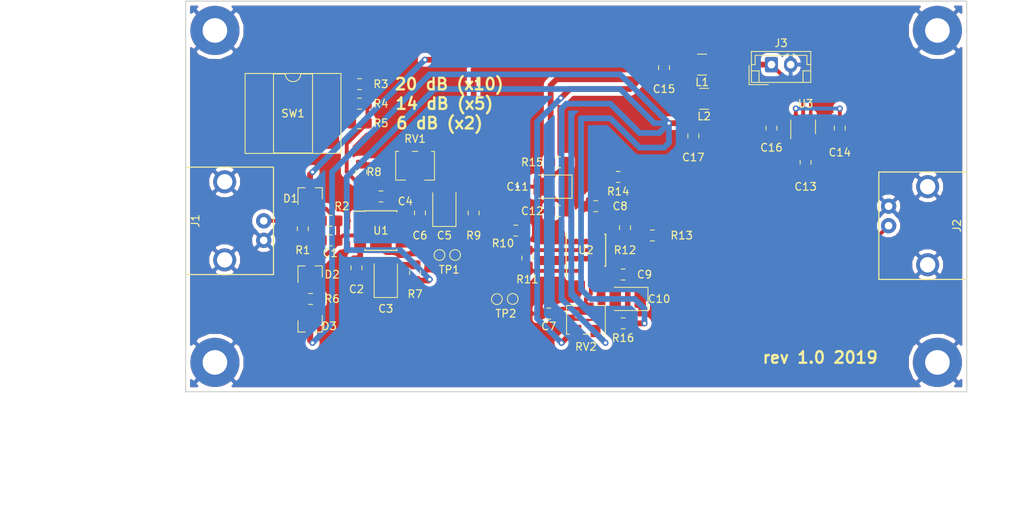
<source format=kicad_pcb>
(kicad_pcb (version 20171130) (host pcbnew "(5.0.1)-4")
  (layers (0 F.Cu signal) (31 B.Cu signal) (34 B.Paste user) (35 F.Paste user) (36 B.SilkS user) (37 F.SilkS user) (38 B.Mask user) (39 F.Mask user) (44 Edge.Cuts user))
  (net 0 "")
  (net 1 "Net-(C1-Pad1)")
  (net 2 "Net-(C1-Pad2)")
  (net 3 /U1V-)
  (net 4 GND)
  (net 5 "Net-(C4-Pad1)")
  (net 6 "Net-(C4-Pad2)")
  (net 7 /U1V+)
  (net 8 "Net-(C7-Pad1)")
  (net 9 "Net-(C8-Pad2)")
  (net 10 "Net-(C8-Pad1)")
  (net 11 "Net-(C10-Pad2)")
  (net 12 "Net-(C11-Pad1)")
  (net 13 +5V)
  (net 14 "Net-(C14-Pad2)")
  (net 15 "Net-(C14-Pad1)")
  (net 16 Vcc)
  (net 17 "Net-(C16-Pad1)")
  (net 18 Vee)
  (net 19 "Net-(D2-Pad2)")
  (net 20 "Net-(J2-Pad1)")
  (net 21 "Net-(R3-Pad2)")
  (net 22 "Net-(R4-Pad2)")
  (net 23 "Net-(R5-Pad2)")
  (net 24 "Net-(R8-Pad1)")
  (net 25 "Net-(R10-Pad1)")
  (net 26 "Net-(R11-Pad2)")
  (net 27 "Net-(SW1-Pad5)")
  (net 28 "Net-(SW1-Pad4)")
  (module MountingHole:MountingHole_3.2mm_M3_Pad (layer F.Cu) (at 199.39 110.49)
    (fp_text reference REF** hide)
    (fp_text value MountingHole_3.2mm_M3_Pad)
    (pad 1 thru_hole circle (at 0 0) (size 6.4 6.4) (drill 3.2) (layers *.Cu *.Mask) (net 4 GND))
  )
  (module MountingHole:MountingHole_3.2mm_M3_Pad (layer F.Cu) (at 199.39 67.31)
    (fp_text reference REF** hide)
    (fp_text value MountingHole_3.2mm_M3_Pad)
    (pad 1 thru_hole circle (at 0 0) (size 6.4 6.4) (drill 3.2) (layers *.Cu *.Mask) (net 4 GND))
  )
  (module MountingHole:MountingHole_3.2mm_M3_Pad (layer F.Cu) (at 105.41 110.49)
    (fp_text reference REF** hide)
    (fp_text value MountingHole_3.2mm_M3_Pad)
    (pad 1 thru_hole circle (at 0 0) (size 6.4 6.4) (drill 3.2) (layers *.Cu *.Mask) (net 4 GND))
  )
  (module TestPoint:TestPoint_Pad_D1.0mm (layer F.Cu) (at 142.0876 102.2604)
    (fp_text reference REF** hide)
    (fp_text value TestPoint_Pad_D1.0mm)
    (pad 1 smd circle (at 0 0) (size 1 1) (layers F.Cu F.Mask) (net 4 GND))
  )
  (module Package_SO:SOIC-8_3.9x4.9mm_P1.27mm (layer F.Cu) (at 127 93.345)
    (fp_text reference U1 (at 0 0) (layer F.SilkS))
    (fp_text value AD8065)
    (pad 1 smd rect (at -2.7 -1.905) (size 1.55 0.6) (layers F.Cu F.Paste F.Mask))
    (pad 2 smd rect (at -2.7 -0.635) (size 1.55 0.6) (layers F.Cu F.Paste F.Mask) (net 6 "Net-(C4-Pad2)"))
    (pad 3 smd rect (at -2.7 0.635) (size 1.55 0.6) (layers F.Cu F.Paste F.Mask) (net 1 "Net-(C1-Pad1)"))
    (pad 4 smd rect (at -2.7 1.905) (size 1.55 0.6) (layers F.Cu F.Paste F.Mask) (net 3 /U1V-))
    (pad 5 smd rect (at 2.7 1.905) (size 1.55 0.6) (layers F.Cu F.Paste F.Mask))
    (pad 6 smd rect (at 2.7 0.635) (size 1.55 0.6) (layers F.Cu F.Paste F.Mask) (net 5 "Net-(C4-Pad1)"))
    (pad 7 smd rect (at 2.7 -0.635) (size 1.55 0.6) (layers F.Cu F.Paste F.Mask) (net 7 /U1V+))
    (pad 8 smd rect (at 2.7 -1.905) (size 1.55 0.6) (layers F.Cu F.Paste F.Mask))
  )
  (module Capacitor_SMD:C_0805_2012Metric_Pad1.15x1.40mm_HandSolder (layer F.Cu) (at 120.405 94.615 180)
    (fp_text reference C1 (at 0 -1.65 180) (layer F.SilkS))
    (fp_text value 200pF)
    (pad 1 smd roundrect (at -1.025 0 180) (size 1.15 1.4) (layers F.Cu F.Paste F.Mask) (roundrect_rratio 0.217391) (net 1 "Net-(C1-Pad1)"))
    (pad 2 smd roundrect (at 1.025 0 180) (size 1.15 1.4) (layers F.Cu F.Paste F.Mask) (roundrect_rratio 0.217391) (net 2 "Net-(C1-Pad2)"))
  )
  (module Capacitor_SMD:C_0805_2012Metric_Pad1.15x1.40mm_HandSolder (layer F.Cu) (at 123.825 98.18 90)
    (fp_text reference C2 (at -2.785 0 180) (layer F.SilkS))
    (fp_text value 0.1uF)
    (pad 2 smd roundrect (at 1.025 0 90) (size 1.15 1.4) (layers F.Cu F.Paste F.Mask) (roundrect_rratio 0.217391) (net 3 /U1V-))
    (pad 1 smd roundrect (at -1.025 0 90) (size 1.15 1.4) (layers F.Cu F.Paste F.Mask) (roundrect_rratio 0.217391) (net 4 GND))
  )
  (module Capacitor_SMD:C_0805_2012Metric_Pad1.15x1.40mm_HandSolder (layer F.Cu) (at 127 88.9 180)
    (fp_text reference C4 (at -3.175 -0.635 180) (layer F.SilkS))
    (fp_text value 0.2pF)
    (pad 1 smd roundrect (at -1.025 0 180) (size 1.15 1.4) (layers F.Cu F.Paste F.Mask) (roundrect_rratio 0.217391) (net 5 "Net-(C4-Pad1)"))
    (pad 2 smd roundrect (at 1.025 0 180) (size 1.15 1.4) (layers F.Cu F.Paste F.Mask) (roundrect_rratio 0.217391) (net 6 "Net-(C4-Pad2)"))
  )
  (module Capacitor_SMD:C_0805_2012Metric_Pad1.15x1.40mm_HandSolder (layer F.Cu) (at 132.08 91.05 90)
    (fp_text reference C6 (at -2.93 0 180) (layer F.SilkS))
    (fp_text value 0.1uF)
    (pad 1 smd roundrect (at -1.025 0 90) (size 1.15 1.4) (layers F.Cu F.Paste F.Mask) (roundrect_rratio 0.217391) (net 7 /U1V+))
    (pad 2 smd roundrect (at 1.025 0 90) (size 1.15 1.4) (layers F.Cu F.Paste F.Mask) (roundrect_rratio 0.217391) (net 4 GND))
  )
  (module Capacitor_SMD:C_0805_2012Metric_Pad1.15x1.40mm_HandSolder (layer F.Cu) (at 148.835 104.14 180)
    (fp_text reference C7 (at 0 -1.65 180) (layer F.SilkS))
    (fp_text value 4.7uF)
    (pad 2 smd roundrect (at 1.025 0 180) (size 1.15 1.4) (layers F.Cu F.Paste F.Mask) (roundrect_rratio 0.217391) (net 4 GND))
    (pad 1 smd roundrect (at -1.025 0 180) (size 1.15 1.4) (layers F.Cu F.Paste F.Mask) (roundrect_rratio 0.217391) (net 8 "Net-(C7-Pad1)"))
  )
  (module Capacitor_SMD:C_0805_2012Metric_Pad1.15x1.40mm_HandSolder (layer F.Cu) (at 154.94 90.17)
    (fp_text reference C8 (at 3.175 0) (layer F.SilkS))
    (fp_text value 2pF)
    (pad 2 smd roundrect (at 1.025 0) (size 1.15 1.4) (layers F.Cu F.Paste F.Mask) (roundrect_rratio 0.217391) (net 9 "Net-(C8-Pad2)"))
    (pad 1 smd roundrect (at -1.025 0) (size 1.15 1.4) (layers F.Cu F.Paste F.Mask) (roundrect_rratio 0.217391) (net 10 "Net-(C8-Pad1)"))
  )
  (module Capacitor_SMD:C_0805_2012Metric_Pad1.15x1.40mm_HandSolder (layer F.Cu) (at 158.505 99.06 180)
    (fp_text reference C9 (at -2.785 0 180) (layer F.SilkS))
    (fp_text value 0.1uF)
    (pad 1 smd roundrect (at -1.025 0 180) (size 1.15 1.4) (layers F.Cu F.Paste F.Mask) (roundrect_rratio 0.217391) (net 4 GND))
    (pad 2 smd roundrect (at 1.025 0 180) (size 1.15 1.4) (layers F.Cu F.Paste F.Mask) (roundrect_rratio 0.217391) (net 11 "Net-(C10-Pad2)"))
  )
  (module Capacitor_SMD:C_0805_2012Metric_Pad1.15x1.40mm_HandSolder (layer F.Cu) (at 150.105 90.805 180)
    (fp_text reference C12 (at 3.42 0 180) (layer F.SilkS))
    (fp_text value 0.1uF)
    (pad 1 smd roundrect (at -1.025 0 180) (size 1.15 1.4) (layers F.Cu F.Paste F.Mask) (roundrect_rratio 0.217391) (net 12 "Net-(C11-Pad1)"))
    (pad 2 smd roundrect (at 1.025 0 180) (size 1.15 1.4) (layers F.Cu F.Paste F.Mask) (roundrect_rratio 0.217391) (net 4 GND))
  )
  (module Capacitor_SMD:C_0805_2012Metric_Pad1.15x1.40mm_HandSolder (layer F.Cu) (at 182.245 84.455 270)
    (fp_text reference C13 (at 3.175 0) (layer F.SilkS))
    (fp_text value 1uF)
    (pad 1 smd roundrect (at -1.025 0 270) (size 1.15 1.4) (layers F.Cu F.Paste F.Mask) (roundrect_rratio 0.217391) (net 13 +5V))
    (pad 2 smd roundrect (at 1.025 0 270) (size 1.15 1.4) (layers F.Cu F.Paste F.Mask) (roundrect_rratio 0.217391) (net 4 GND))
  )
  (module Capacitor_SMD:C_0805_2012Metric_Pad1.15x1.40mm_HandSolder (layer F.Cu) (at 186.69 80.01 270)
    (fp_text reference C14 (at 3.175 0) (layer F.SilkS))
    (fp_text value 1uF)
    (pad 2 smd roundrect (at 1.025 0 270) (size 1.15 1.4) (layers F.Cu F.Paste F.Mask) (roundrect_rratio 0.217391) (net 14 "Net-(C14-Pad2)"))
    (pad 1 smd roundrect (at -1.025 0 270) (size 1.15 1.4) (layers F.Cu F.Paste F.Mask) (roundrect_rratio 0.217391) (net 15 "Net-(C14-Pad1)"))
  )
  (module Capacitor_SMD:C_0805_2012Metric_Pad1.15x1.40mm_HandSolder (layer F.Cu) (at 163.83 72.145 270)
    (fp_text reference C15 (at 2.785 0) (layer F.SilkS))
    (fp_text value 10uF)
    (pad 2 smd roundrect (at 1.025 0 270) (size 1.15 1.4) (layers F.Cu F.Paste F.Mask) (roundrect_rratio 0.217391) (net 4 GND))
    (pad 1 smd roundrect (at -1.025 0 270) (size 1.15 1.4) (layers F.Cu F.Paste F.Mask) (roundrect_rratio 0.217391) (net 16 Vcc))
  )
  (module Capacitor_SMD:C_0805_2012Metric_Pad1.15x1.40mm_HandSolder (layer F.Cu) (at 177.8 80.01 90)
    (fp_text reference C16 (at -2.54 0 180) (layer F.SilkS))
    (fp_text value 1uF)
    (pad 2 smd roundrect (at 1.025 0 90) (size 1.15 1.4) (layers F.Cu F.Paste F.Mask) (roundrect_rratio 0.217391) (net 4 GND))
    (pad 1 smd roundrect (at -1.025 0 90) (size 1.15 1.4) (layers F.Cu F.Paste F.Mask) (roundrect_rratio 0.217391) (net 17 "Net-(C16-Pad1)"))
  )
  (module Capacitor_SMD:C_0805_2012Metric_Pad1.15x1.40mm_HandSolder (layer F.Cu) (at 167.64 81.035 270)
    (fp_text reference C17 (at 2.785 0) (layer F.SilkS))
    (fp_text value 10uF)
    (pad 1 smd roundrect (at -1.025 0 270) (size 1.15 1.4) (layers F.Cu F.Paste F.Mask) (roundrect_rratio 0.217391) (net 18 Vee))
    (pad 2 smd roundrect (at 1.025 0 270) (size 1.15 1.4) (layers F.Cu F.Paste F.Mask) (roundrect_rratio 0.217391) (net 4 GND))
  )
  (module Diode_SMD:D_SOT-23_ANK (layer F.Cu) (at 117.79 88.535 90)
    (fp_text reference D1 (at -0.635 -2.54 180) (layer F.SilkS))
    (fp_text value MMBD914)
    (pad 2 smd rect (at -1 -0.95 90) (size 0.9 0.8) (layers F.Cu F.Paste F.Mask) (net 1 "Net-(C1-Pad1)"))
    (pad "" smd rect (at -1 0.95 90) (size 0.9 0.8) (layers F.Cu F.Paste F.Mask))
    (pad 1 smd rect (at 1 0 90) (size 0.9 0.8) (layers F.Cu F.Paste F.Mask) (net 16 Vcc))
  )
  (module Diode_SMD:D_SOT-23_ANK (layer F.Cu) (at 117.79 98.695 90)
    (fp_text reference D2 (at -0.365 2.86 180) (layer F.SilkS))
    (fp_text value MMBD914)
    (pad 1 smd rect (at 1 0 90) (size 0.9 0.8) (layers F.Cu F.Paste F.Mask) (net 1 "Net-(C1-Pad1)"))
    (pad "" smd rect (at -1 0.95 90) (size 0.9 0.8) (layers F.Cu F.Paste F.Mask))
    (pad 2 smd rect (at -1 -0.95 90) (size 0.9 0.8) (layers F.Cu F.Paste F.Mask) (net 19 "Net-(D2-Pad2)"))
  )
  (module Diode_SMD:D_SOT-23_ANK (layer F.Cu) (at 117.79 105.775 270)
    (fp_text reference D3 (at 0 -2.5) (layer F.SilkS))
    (fp_text value MMBD914)
    (pad 2 smd rect (at -1 -0.95 270) (size 0.9 0.8) (layers F.Cu F.Paste F.Mask) (net 19 "Net-(D2-Pad2)"))
    (pad "" smd rect (at -1 0.95 270) (size 0.9 0.8) (layers F.Cu F.Paste F.Mask))
    (pad 1 smd rect (at 1 0 270) (size 0.9 0.8) (layers F.Cu F.Paste F.Mask) (net 18 Vee))
  )
  (module Connector_JST:JST_EH_B02B-EH-A_1x02_P2.50mm_Vertical (layer F.Cu) (at 177.8 71.755)
    (fp_text reference J3 (at 1.25 -2.8) (layer F.SilkS))
    (fp_text value Conn_01x02)
    (pad 1 thru_hole roundrect (at 0 0) (size 1.7 2) (drill 1) (layers *.Cu *.Mask) (roundrect_rratio 0.147059) (net 13 +5V))
    (pad 2 thru_hole oval (at 2.5 0) (size 1.7 2) (drill 1) (layers *.Cu *.Mask) (net 4 GND))
  )
  (module Inductor_SMD:L_1210_3225Metric (layer F.Cu) (at 168.78 71.755 180)
    (fp_text reference L1 (at 0 -2.28 180) (layer F.SilkS))
    (fp_text value 100uH)
    (pad 1 smd roundrect (at -1.4 0 180) (size 1.25 2.65) (layers F.Cu F.Paste F.Mask) (roundrect_rratio 0.2) (net 13 +5V))
    (pad 2 smd roundrect (at 1.4 0 180) (size 1.25 2.65) (layers F.Cu F.Paste F.Mask) (roundrect_rratio 0.2) (net 16 Vcc))
  )
  (module Inductor_SMD:L_1210_3225Metric (layer F.Cu) (at 169.04 76.2 180)
    (fp_text reference L2 (at 0 -2.28 180) (layer F.SilkS))
    (fp_text value 100uH)
    (pad 2 smd roundrect (at 1.4 0 180) (size 1.25 2.65) (layers F.Cu F.Paste F.Mask) (roundrect_rratio 0.2) (net 18 Vee))
    (pad 1 smd roundrect (at -1.4 0 180) (size 1.25 2.65) (layers F.Cu F.Paste F.Mask) (roundrect_rratio 0.2) (net 17 "Net-(C16-Pad1)"))
  )
  (module Resistor_SMD:R_0805_2012Metric_Pad1.15x1.40mm_HandSolder (layer F.Cu) (at 116.84 93.1 270)
    (fp_text reference R1 (at 2.785 0) (layer F.SilkS))
    (fp_text value 1M)
    (pad 1 smd roundrect (at -1.025 0 270) (size 1.15 1.4) (layers F.Cu F.Paste F.Mask) (roundrect_rratio 0.217391) (net 2 "Net-(C1-Pad2)"))
    (pad 2 smd roundrect (at 1.025 0 270) (size 1.15 1.4) (layers F.Cu F.Paste F.Mask) (roundrect_rratio 0.217391) (net 4 GND))
  )
  (module Resistor_SMD:R_0805_2012Metric_Pad1.15x1.40mm_HandSolder (layer F.Cu) (at 120.405 92.075 180)
    (fp_text reference R2 (at -1.515 1.905 180) (layer F.SilkS))
    (fp_text value 47k)
    (pad 1 smd roundrect (at -1.025 0 180) (size 1.15 1.4) (layers F.Cu F.Paste F.Mask) (roundrect_rratio 0.217391) (net 1 "Net-(C1-Pad1)"))
    (pad 2 smd roundrect (at 1.025 0 180) (size 1.15 1.4) (layers F.Cu F.Paste F.Mask) (roundrect_rratio 0.217391) (net 2 "Net-(C1-Pad2)"))
  )
  (module Resistor_SMD:R_0805_2012Metric_Pad1.15x1.40mm_HandSolder (layer F.Cu) (at 124.215 74.295 180)
    (fp_text reference R3 (at -2.785 0 180) (layer F.SilkS))
    (fp_text value 1.1k)
    (pad 1 smd roundrect (at -1.025 0 180) (size 1.15 1.4) (layers F.Cu F.Paste F.Mask) (roundrect_rratio 0.217391) (net 6 "Net-(C4-Pad2)"))
    (pad 2 smd roundrect (at 1.025 0 180) (size 1.15 1.4) (layers F.Cu F.Paste F.Mask) (roundrect_rratio 0.217391) (net 21 "Net-(R3-Pad2)"))
  )
  (module Resistor_SMD:R_0805_2012Metric_Pad1.15x1.40mm_HandSolder (layer F.Cu) (at 124.215 76.835 180)
    (fp_text reference R4 (at -2.785 0 180) (layer F.SilkS))
    (fp_text value 2.4k)
    (pad 2 smd roundrect (at 1.025 0 180) (size 1.15 1.4) (layers F.Cu F.Paste F.Mask) (roundrect_rratio 0.217391) (net 22 "Net-(R4-Pad2)"))
    (pad 1 smd roundrect (at -1.025 0 180) (size 1.15 1.4) (layers F.Cu F.Paste F.Mask) (roundrect_rratio 0.217391) (net 6 "Net-(C4-Pad2)"))
  )
  (module Resistor_SMD:R_0805_2012Metric_Pad1.15x1.40mm_HandSolder (layer F.Cu) (at 124.215 79.375 180)
    (fp_text reference R5 (at -2.785 0 180) (layer F.SilkS))
    (fp_text value 10k)
    (pad 1 smd roundrect (at -1.025 0 180) (size 1.15 1.4) (layers F.Cu F.Paste F.Mask) (roundrect_rratio 0.217391) (net 6 "Net-(C4-Pad2)"))
    (pad 2 smd roundrect (at 1.025 0 180) (size 1.15 1.4) (layers F.Cu F.Paste F.Mask) (roundrect_rratio 0.217391) (net 23 "Net-(R5-Pad2)"))
  )
  (module Resistor_SMD:R_0805_2012Metric_Pad1.15x1.40mm_HandSolder (layer F.Cu) (at 117.865 102.235 180)
    (fp_text reference R6 (at -2.785 0 180) (layer F.SilkS))
    (fp_text value 4.7k)
    (pad 2 smd roundrect (at 1.025 0 180) (size 1.15 1.4) (layers F.Cu F.Paste F.Mask) (roundrect_rratio 0.217391) (net 4 GND))
    (pad 1 smd roundrect (at -1.025 0 180) (size 1.15 1.4) (layers F.Cu F.Paste F.Mask) (roundrect_rratio 0.217391) (net 19 "Net-(D2-Pad2)"))
  )
  (module Resistor_SMD:R_0805_2012Metric_Pad1.15x1.40mm_HandSolder (layer F.Cu) (at 131.445 98.815 270)
    (fp_text reference R7 (at 2.785 0) (layer F.SilkS))
    (fp_text value 20R)
    (pad 2 smd roundrect (at 1.025 0 270) (size 1.15 1.4) (layers F.Cu F.Paste F.Mask) (roundrect_rratio 0.217391) (net 18 Vee))
    (pad 1 smd roundrect (at -1.025 0 270) (size 1.15 1.4) (layers F.Cu F.Paste F.Mask) (roundrect_rratio 0.217391) (net 3 /U1V-))
  )
  (module Resistor_SMD:R_0805_2012Metric_Pad1.15x1.40mm_HandSolder (layer F.Cu) (at 124.46 85.725 270)
    (fp_text reference R8 (at 0 -1.65) (layer F.SilkS))
    (fp_text value 10k)
    (pad 2 smd roundrect (at 1.025 0 270) (size 1.15 1.4) (layers F.Cu F.Paste F.Mask) (roundrect_rratio 0.217391) (net 6 "Net-(C4-Pad2)"))
    (pad 1 smd roundrect (at -1.025 0 270) (size 1.15 1.4) (layers F.Cu F.Paste F.Mask) (roundrect_rratio 0.217391) (net 24 "Net-(R8-Pad1)"))
  )
  (module Resistor_SMD:R_0805_2012Metric_Pad1.15x1.40mm_HandSolder (layer F.Cu) (at 139.065 91.05 270)
    (fp_text reference R9 (at 2.93 0) (layer F.SilkS))
    (fp_text value 20R)
    (pad 1 smd roundrect (at -1.025 0 270) (size 1.15 1.4) (layers F.Cu F.Paste F.Mask) (roundrect_rratio 0.217391) (net 16 Vcc))
    (pad 2 smd roundrect (at 1.025 0 270) (size 1.15 1.4) (layers F.Cu F.Paste F.Mask) (roundrect_rratio 0.217391) (net 7 /U1V+))
  )
  (module Resistor_SMD:R_0805_2012Metric_Pad1.15x1.40mm_HandSolder (layer F.Cu) (at 144.535 93.345 180)
    (fp_text reference R10 (at 1.66 -1.65 180) (layer F.SilkS))
    (fp_text value 10k)
    (pad 1 smd roundrect (at -1.025 0 180) (size 1.15 1.4) (layers F.Cu F.Paste F.Mask) (roundrect_rratio 0.217391) (net 25 "Net-(R10-Pad1)"))
    (pad 2 smd roundrect (at 1.025 0 180) (size 1.15 1.4) (layers F.Cu F.Paste F.Mask) (roundrect_rratio 0.217391) (net 5 "Net-(C4-Pad1)"))
  )
  (module Resistor_SMD:R_0805_2012Metric_Pad1.15x1.40mm_HandSolder (layer F.Cu) (at 146.05 96.91 270)
    (fp_text reference R11 (at 2.785 0) (layer F.SilkS))
    (fp_text value 10k)
    (pad 2 smd roundrect (at 1.025 0 270) (size 1.15 1.4) (layers F.Cu F.Paste F.Mask) (roundrect_rratio 0.217391) (net 26 "Net-(R11-Pad2)"))
    (pad 1 smd roundrect (at -1.025 0 270) (size 1.15 1.4) (layers F.Cu F.Paste F.Mask) (roundrect_rratio 0.217391) (net 25 "Net-(R10-Pad1)"))
  )
  (module Resistor_SMD:R_0805_2012Metric_Pad1.15x1.40mm_HandSolder (layer F.Cu) (at 158.75 92.955 90)
    (fp_text reference R12 (at -2.93 0 180) (layer F.SilkS))
    (fp_text value 10k)
    (pad 1 smd roundrect (at -1.025 0 90) (size 1.15 1.4) (layers F.Cu F.Paste F.Mask) (roundrect_rratio 0.217391) (net 4 GND))
    (pad 2 smd roundrect (at 1.025 0 90) (size 1.15 1.4) (layers F.Cu F.Paste F.Mask) (roundrect_rratio 0.217391) (net 9 "Net-(C8-Pad2)"))
  )
  (module Resistor_SMD:R_0805_2012Metric_Pad1.15x1.40mm_HandSolder (layer F.Cu) (at 162.315 93.98 180)
    (fp_text reference R13 (at -3.81 0 180) (layer F.SilkS))
    (fp_text value 10k)
    (pad 2 smd roundrect (at 1.025 0 180) (size 1.15 1.4) (layers F.Cu F.Paste F.Mask) (roundrect_rratio 0.217391) (net 9 "Net-(C8-Pad2)"))
    (pad 1 smd roundrect (at -1.025 0 180) (size 1.15 1.4) (layers F.Cu F.Paste F.Mask) (roundrect_rratio 0.217391) (net 20 "Net-(J2-Pad1)"))
  )
  (module Resistor_SMD:R_0805_2012Metric_Pad1.15x1.40mm_HandSolder (layer F.Cu) (at 157.87 86.36 180)
    (fp_text reference R14 (at 0 -1.905 180) (layer F.SilkS))
    (fp_text value 20R)
    (pad 2 smd roundrect (at 1.025 0 180) (size 1.15 1.4) (layers F.Cu F.Paste F.Mask) (roundrect_rratio 0.217391) (net 10 "Net-(C8-Pad1)"))
    (pad 1 smd roundrect (at -1.025 0 180) (size 1.15 1.4) (layers F.Cu F.Paste F.Mask) (roundrect_rratio 0.217391) (net 20 "Net-(J2-Pad1)"))
  )
  (module Resistor_SMD:R_0805_2012Metric_Pad1.15x1.40mm_HandSolder (layer F.Cu) (at 150.105 84.455)
    (fp_text reference R15 (at -3.42 0) (layer F.SilkS))
    (fp_text value 20R)
    (pad 1 smd roundrect (at -1.025 0) (size 1.15 1.4) (layers F.Cu F.Paste F.Mask) (roundrect_rratio 0.217391) (net 16 Vcc))
    (pad 2 smd roundrect (at 1.025 0) (size 1.15 1.4) (layers F.Cu F.Paste F.Mask) (roundrect_rratio 0.217391) (net 12 "Net-(C11-Pad1)"))
  )
  (module Resistor_SMD:R_0805_2012Metric_Pad1.15x1.40mm_HandSolder (layer F.Cu) (at 158.505 105.41)
    (fp_text reference R16 (at 0 1.905) (layer F.SilkS))
    (fp_text value 20R)
    (pad 2 smd roundrect (at 1.025 0) (size 1.15 1.4) (layers F.Cu F.Paste F.Mask) (roundrect_rratio 0.217391) (net 18 Vee))
    (pad 1 smd roundrect (at -1.025 0) (size 1.15 1.4) (layers F.Cu F.Paste F.Mask) (roundrect_rratio 0.217391) (net 11 "Net-(C10-Pad2)"))
  )
  (module Potentiometer_SMD:Potentiometer_Bourns_3224W_Vertical (layer F.Cu) (at 131.445 84.91)
    (fp_text reference RV1 (at 0 -3.5) (layer F.SilkS))
    (fp_text value 2k)
    (pad 1 smd rect (at 1.25 -1.45) (size 1.3 1.6) (layers F.Cu F.Paste F.Mask) (net 5 "Net-(C4-Pad1)"))
    (pad 2 smd rect (at 0 1.45) (size 2 1.6) (layers F.Cu F.Paste F.Mask) (net 5 "Net-(C4-Pad1)"))
    (pad 3 smd rect (at -1.25 -1.45) (size 1.3 1.6) (layers F.Cu F.Paste F.Mask) (net 24 "Net-(R8-Pad1)"))
  )
  (module Potentiometer_SMD:Potentiometer_Bourns_3224W_Vertical (layer F.Cu) (at 153.67 104.955 180)
    (fp_text reference RV2 (at 0 -3.5 180) (layer F.SilkS))
    (fp_text value 100k)
    (pad 3 smd rect (at -1.25 -1.45 180) (size 1.3 1.6) (layers F.Cu F.Paste F.Mask) (net 18 Vee))
    (pad 2 smd rect (at 0 1.45 180) (size 2 1.6) (layers F.Cu F.Paste F.Mask) (net 8 "Net-(C7-Pad1)"))
    (pad 1 smd rect (at 1.25 -1.45 180) (size 1.3 1.6) (layers F.Cu F.Paste F.Mask) (net 16 Vcc))
  )
  (module Package_DIP:DIP-8_W8.89mm_SMDSocket_LongPads (layer F.Cu) (at 115.57 78.105)
    (fp_text reference SW1 (at 0 0) (layer F.SilkS))
    (fp_text value SW_DIP_x04)
    (pad 1 smd rect (at -4.445 -3.81) (size 3.1 1.6) (layers F.Cu F.Paste F.Mask) (net 4 GND))
    (pad 5 smd rect (at 4.445 3.81) (size 3.1 1.6) (layers F.Cu F.Paste F.Mask) (net 27 "Net-(SW1-Pad5)"))
    (pad 2 smd rect (at -4.445 -1.27) (size 3.1 1.6) (layers F.Cu F.Paste F.Mask) (net 4 GND))
    (pad 6 smd rect (at 4.445 1.27) (size 3.1 1.6) (layers F.Cu F.Paste F.Mask) (net 23 "Net-(R5-Pad2)"))
    (pad 3 smd rect (at -4.445 1.27) (size 3.1 1.6) (layers F.Cu F.Paste F.Mask) (net 4 GND))
    (pad 7 smd rect (at 4.445 -1.27) (size 3.1 1.6) (layers F.Cu F.Paste F.Mask) (net 22 "Net-(R4-Pad2)"))
    (pad 4 smd rect (at -4.445 3.81) (size 3.1 1.6) (layers F.Cu F.Paste F.Mask) (net 28 "Net-(SW1-Pad4)"))
    (pad 8 smd rect (at 4.445 -3.81) (size 3.1 1.6) (layers F.Cu F.Paste F.Mask) (net 21 "Net-(R3-Pad2)"))
  )
  (module Package_SO:SOIC-8_3.9x4.9mm_P1.27mm (layer F.Cu) (at 153.67 95.885 90)
    (fp_text reference U2 (at 0 0 180) (layer F.SilkS))
    (fp_text value AD8066)
    (pad 8 smd rect (at 2.7 -1.905 90) (size 1.55 0.6) (layers F.Cu F.Paste F.Mask) (net 12 "Net-(C11-Pad1)"))
    (pad 7 smd rect (at 2.7 -0.635 90) (size 1.55 0.6) (layers F.Cu F.Paste F.Mask) (net 10 "Net-(C8-Pad1)"))
    (pad 6 smd rect (at 2.7 0.635 90) (size 1.55 0.6) (layers F.Cu F.Paste F.Mask) (net 9 "Net-(C8-Pad2)"))
    (pad 5 smd rect (at 2.7 1.905 90) (size 1.55 0.6) (layers F.Cu F.Paste F.Mask) (net 25 "Net-(R10-Pad1)"))
    (pad 4 smd rect (at -2.7 1.905 90) (size 1.55 0.6) (layers F.Cu F.Paste F.Mask) (net 11 "Net-(C10-Pad2)"))
    (pad 3 smd rect (at -2.7 0.635 90) (size 1.55 0.6) (layers F.Cu F.Paste F.Mask) (net 8 "Net-(C7-Pad1)"))
    (pad 2 smd rect (at -2.7 -0.635 90) (size 1.55 0.6) (layers F.Cu F.Paste F.Mask) (net 26 "Net-(R11-Pad2)"))
    (pad 1 smd rect (at -2.7 -1.905 90) (size 1.55 0.6) (layers F.Cu F.Paste F.Mask) (net 26 "Net-(R11-Pad2)"))
  )
  (module Package_TO_SOT_SMD:SOT-23-5 (layer F.Cu) (at 181.925 79.84 90)
    (fp_text reference U3 (at 3.005 0.32 180) (layer F.SilkS))
    (fp_text value TPS60403)
    (pad 1 smd rect (at -1.1 -0.95 90) (size 1.06 0.65) (layers F.Cu F.Paste F.Mask) (net 17 "Net-(C16-Pad1)"))
    (pad 2 smd rect (at -1.1 0 90) (size 1.06 0.65) (layers F.Cu F.Paste F.Mask) (net 13 +5V))
    (pad 3 smd rect (at -1.1 0.95 90) (size 1.06 0.65) (layers F.Cu F.Paste F.Mask) (net 14 "Net-(C14-Pad2)"))
    (pad 4 smd rect (at 1.1 0.95 90) (size 1.06 0.65) (layers F.Cu F.Paste F.Mask) (net 4 GND))
    (pad 5 smd rect (at 1.1 -0.95 90) (size 1.06 0.65) (layers F.Cu F.Paste F.Mask) (net 15 "Net-(C14-Pad1)"))
  )
  (module Capacitor_Tantalum_SMD:CP_EIA-3528-21_Kemet-B_Pad1.50x2.35mm_HandSolder (layer F.Cu) (at 127.635 99.415 90)
    (fp_text reference C3 (at -4.09 0 180) (layer F.SilkS))
    (fp_text value 10uF)
    (pad 1 smd roundrect (at -1.625 0 90) (size 1.5 2.35) (layers F.Cu F.Paste F.Mask) (roundrect_rratio 0.166667) (net 4 GND))
    (pad 2 smd roundrect (at 1.625 0 90) (size 1.5 2.35) (layers F.Cu F.Paste F.Mask) (roundrect_rratio 0.166667) (net 3 /U1V-))
  )
  (module Capacitor_Tantalum_SMD:CP_EIA-3528-21_Kemet-B_Pad1.50x2.35mm_HandSolder (layer F.Cu) (at 135.255 90.17 90)
    (fp_text reference C5 (at -3.81 0 180) (layer F.SilkS))
    (fp_text value 10uF)
    (pad 2 smd roundrect (at 1.625 0 90) (size 1.5 2.35) (layers F.Cu F.Paste F.Mask) (roundrect_rratio 0.166667) (net 4 GND))
    (pad 1 smd roundrect (at -1.625 0 90) (size 1.5 2.35) (layers F.Cu F.Paste F.Mask) (roundrect_rratio 0.166667) (net 7 /U1V+))
  )
  (module Capacitor_Tantalum_SMD:CP_EIA-3528-21_Kemet-B_Pad1.50x2.35mm_HandSolder (layer F.Cu) (at 159.105 102.235 180)
    (fp_text reference C10 (at -4.09 0 180) (layer F.SilkS))
    (fp_text value 10uF)
    (pad 2 smd roundrect (at 1.625 0 180) (size 1.5 2.35) (layers F.Cu F.Paste F.Mask) (roundrect_rratio 0.166667) (net 11 "Net-(C10-Pad2)"))
    (pad 1 smd roundrect (at -1.625 0 180) (size 1.5 2.35) (layers F.Cu F.Paste F.Mask) (roundrect_rratio 0.166667) (net 4 GND))
  )
  (module Capacitor_Tantalum_SMD:CP_EIA-3528-21_Kemet-B_Pad1.50x2.35mm_HandSolder (layer F.Cu) (at 149.225 87.63 180)
    (fp_text reference C11 (at 4.445 0 180) (layer F.SilkS))
    (fp_text value 10uF)
    (pad 1 smd roundrect (at -1.625 0 180) (size 1.5 2.35) (layers F.Cu F.Paste F.Mask) (roundrect_rratio 0.166667) (net 12 "Net-(C11-Pad1)"))
    (pad 2 smd roundrect (at 1.625 0 180) (size 1.5 2.35) (layers F.Cu F.Paste F.Mask) (roundrect_rratio 0.166667) (net 4 GND))
  )
  (module TestPoint:TestPoint_Pad_D1.0mm (layer F.Cu) (at 134.62 96.52)
    (fp_text reference TP1 (at 1.27 1.905) (layer F.SilkS))
    (fp_text value TestPoint_Probe)
    (pad 1 smd circle (at 0 0) (size 1 1) (layers F.Cu F.Mask) (net 5 "Net-(C4-Pad1)"))
  )
  (module TestPoint:TestPoint_Pad_D1.0mm (layer F.Cu) (at 144.145 102.235)
    (fp_text reference TP2 (at -0.889 1.905) (layer F.SilkS))
    (fp_text value TestPoint_Probe)
    (pad 1 smd circle (at 0 0) (size 1 1) (layers F.Cu F.Mask) (net 26 "Net-(R11-Pad2)"))
  )
  (module TestPoint:TestPoint_Pad_D1.0mm (layer F.Cu) (at 136.652 96.52)
    (fp_text reference REF** hide)
    (fp_text value TestPoint_Pad_D1.0mm)
    (pad 1 smd circle (at 0 0) (size 1 1) (layers F.Cu F.Mask) (net 4 GND))
  )
  (module MountingHole:MountingHole_3.2mm_M3_Pad (layer F.Cu) (at 105.41 67.31)
    (fp_text reference REF** hide)
    (fp_text value MountingHole_3.2mm_M3_Pad)
    (pad 1 thru_hole circle (at 0 0) (size 6.4 6.4) (drill 3.2) (layers *.Cu *.Mask) (net 4 GND))
  )
  (module My_BNC:My_BNC (layer F.Cu) (at 106.68 97.155 270)
    (fp_text reference J1 (at -5.08 3.81 270) (layer F.SilkS))
    (fp_text value Conn_Coaxial)
    (pad 2 thru_hole circle (at 0 0 270) (size 3 3) (drill 2) (layers *.Cu *.Mask) (net 4 GND))
    (pad 2 thru_hole circle (at -10.16 0 270) (size 3 3) (drill 2) (layers *.Cu *.Mask) (net 4 GND))
    (pad 1 thru_hole circle (at -5.08 -5.08 270) (size 2 2) (drill 1) (layers *.Cu *.Mask) (net 2 "Net-(C1-Pad2)"))
    (pad 2 thru_hole circle (at -2.54 -5.08 270) (size 2 2) (drill 1) (layers *.Cu *.Mask) (net 4 GND))
  )
  (module My_BNC:My_BNC (layer F.Cu) (at 198.12 87.63 90)
    (fp_text reference J2 (at -5.08 3.81 90) (layer F.SilkS))
    (fp_text value Conn_Coaxial)
    (pad 2 thru_hole circle (at -2.54 -5.08 90) (size 2 2) (drill 1) (layers *.Cu *.Mask) (net 4 GND))
    (pad 1 thru_hole circle (at -5.08 -5.08 90) (size 2 2) (drill 1) (layers *.Cu *.Mask) (net 20 "Net-(J2-Pad1)"))
    (pad 2 thru_hole circle (at -10.16 0 90) (size 3 3) (drill 2) (layers *.Cu *.Mask) (net 4 GND))
    (pad 2 thru_hole circle (at 0 0 90) (size 3 3) (drill 2) (layers *.Cu *.Mask) (net 4 GND))
  )
  (gr_text "rev 1.0 2019" (at 184.15 109.855) (layer F.SilkS) (effects (font (size 1.5 1.5) (thickness 0.3))))
  (gr_text "6 dB (x2)" (at 134.62 79.375) (layer F.SilkS) (effects (font (size 1.5 1.5) (thickness 0.3))))
  (gr_text "14 dB (x5)" (at 135.255 76.835) (layer F.SilkS) (effects (font (size 1.5 1.5) (thickness 0.3))))
  (gr_text "20 dB (x10)" (at 135.89 74.295) (layer F.SilkS) (effects (font (size 1.5 1.5) (thickness 0.3))))
  (gr_line (start 101.6 63.5) (end 101.6 114.3) (layer Edge.Cuts) (width 0.15))
  (gr_line (start 203.2 63.5) (end 101.6 63.5) (layer Edge.Cuts) (width 0.15))
  (gr_line (start 203.2 114.3) (end 203.2 63.5) (layer Edge.Cuts) (width 0.15))
  (gr_line (start 101.6 114.3) (end 203.2 114.3) (layer Edge.Cuts) (width 0.15))
  (segment (start 121.43 92.075) (end 121.43 94.615) (width 0.5) (layer F.Cu) (net 1))
  (segment (start 121.43 94.615) (end 122.065 93.98) (width 0.5) (layer F.Cu) (net 1))
  (segment (start 122.065 93.98) (end 124.3 93.98) (width 0.5) (layer F.Cu) (net 1))
  (segment (start 116.84 89.585) (end 116.84 89.535) (width 0.5) (layer F.Cu) (net 1))
  (segment (start 117.74 90.485) (end 116.84 89.585) (width 0.5) (layer F.Cu) (net 1))
  (segment (start 119.840001 90.485001) (end 117.74 90.485) (width 0.5) (layer F.Cu) (net 1))
  (segment (start 121.43 92.075) (end 119.840001 90.485001) (width 0.5) (layer F.Cu) (net 1))
  (segment (start 121.43 94.955) (end 121.43 94.615) (width 0.5) (layer F.Cu) (net 1))
  (segment (start 118.69 97.695) (end 121.43 94.955) (width 0.5) (layer F.Cu) (net 1))
  (segment (start 117.79 97.695) (end 118.69 97.695) (width 0.5) (layer F.Cu) (net 1))
  (segment (start 116.84 92.075) (end 119.38 92.075) (width 0.5) (layer F.Cu) (net 2))
  (segment (start 119.38 92.075) (end 119.38 94.615) (width 0.5) (layer F.Cu) (net 2))
  (segment (start 116.84 92.075) (end 111.76 92.075) (width 0.5) (layer F.Cu) (net 2))
  (segment (start 124.3 96.68) (end 123.825 97.155) (width 0.75) (layer F.Cu) (net 3))
  (segment (start 124.3 95.25) (end 124.3 96.68) (width 0.75) (layer F.Cu) (net 3))
  (segment (start 127 97.155) (end 127.635 97.79) (width 0.75) (layer F.Cu) (net 3))
  (segment (start 123.825 97.155) (end 127 97.155) (width 0.75) (layer F.Cu) (net 3))
  (segment (start 127.635 97.79) (end 131.445 97.79) (width 0.75) (layer F.Cu) (net 3))
  (via (at 144.78 87.63) (size 0.8) (drill 0.4) (layers F.Cu B.Cu) (net 4))
  (segment (start 131.445 87.66) (end 131.445 86.36) (width 0.5) (layer F.Cu) (net 5))
  (segment (start 130.205 88.9) (end 131.445 87.66) (width 0.5) (layer F.Cu) (net 5))
  (segment (start 128.025 88.9) (end 130.205 88.9) (width 0.5) (layer F.Cu) (net 5))
  (segment (start 132.695 85.11) (end 131.445 86.36) (width 0.5) (layer F.Cu) (net 5))
  (segment (start 132.695 83.46) (end 132.695 85.11) (width 0.5) (layer F.Cu) (net 5))
  (segment (start 128.025 89.7) (end 128.025 88.9) (width 0.5) (layer F.Cu) (net 5))
  (segment (start 128.025 93.58) (end 128.025 89.7) (width 0.5) (layer F.Cu) (net 5))
  (segment (start 128.425 93.98) (end 128.025 93.58) (width 0.5) (layer F.Cu) (net 5))
  (segment (start 129.7 93.98) (end 128.425 93.98) (width 0.5) (layer F.Cu) (net 5))
  (segment (start 142.875 93.98) (end 129.7 93.98) (width 0.5) (layer F.Cu) (net 5))
  (segment (start 143.51 93.345) (end 142.875 93.98) (width 0.5) (layer F.Cu) (net 5))
  (segment (start 132.08 93.98) (end 129.7 93.98) (width 0.5) (layer F.Cu) (net 5))
  (segment (start 134.62 96.52) (end 132.08 93.98) (width 0.5) (layer F.Cu) (net 5))
  (segment (start 124.3 92.71) (end 124.46 92.71) (width 0.5) (layer F.Cu) (net 6))
  (segment (start 125.975 89.7) (end 125.975 88.9) (width 0.5) (layer F.Cu) (net 6))
  (segment (start 125.975 91.740002) (end 125.975 89.7) (width 0.5) (layer F.Cu) (net 6))
  (segment (start 125.005002 92.71) (end 125.975 91.740002) (width 0.5) (layer F.Cu) (net 6))
  (segment (start 124.3 92.71) (end 125.005002 92.71) (width 0.5) (layer F.Cu) (net 6))
  (segment (start 125.975 88.265) (end 124.46 86.75) (width 0.5) (layer F.Cu) (net 6))
  (segment (start 125.975 88.9) (end 125.975 88.265) (width 0.5) (layer F.Cu) (net 6))
  (segment (start 124.46 86.75) (end 123.58 86.75) (width 0.5) (layer F.Cu) (net 6))
  (segment (start 123.58 86.75) (end 122.555 85.725) (width 0.5) (layer F.Cu) (net 6))
  (segment (start 122.555 82.06) (end 125.24 79.375) (width 0.5) (layer F.Cu) (net 6))
  (segment (start 122.555 85.725) (end 122.555 82.06) (width 0.5) (layer F.Cu) (net 6))
  (segment (start 125.24 79.375) (end 125.24 76.835) (width 0.5) (layer F.Cu) (net 6))
  (segment (start 125.24 74.295) (end 125.24 76.835) (width 0.5) (layer F.Cu) (net 6))
  (segment (start 131.445 92.71) (end 132.08 92.075) (width 1) (layer F.Cu) (net 7))
  (segment (start 129.7 92.71) (end 131.445 92.71) (width 1) (layer F.Cu) (net 7))
  (segment (start 135.535 92.075) (end 135.255 91.795) (width 0.75) (layer F.Cu) (net 7))
  (segment (start 139.065 92.075) (end 135.535 92.075) (width 0.75) (layer F.Cu) (net 7))
  (segment (start 132.36 91.795) (end 132.08 92.075) (width 0.75) (layer F.Cu) (net 7))
  (segment (start 135.255 91.795) (end 132.36 91.795) (width 0.75) (layer F.Cu) (net 7))
  (segment (start 154.305 99.86) (end 154.305 98.585) (width 0.5) (layer F.Cu) (net 8))
  (segment (start 154.305 101.57) (end 154.305 99.86) (width 0.5) (layer F.Cu) (net 8))
  (segment (start 153.67 102.205) (end 154.305 101.57) (width 0.5) (layer F.Cu) (net 8))
  (segment (start 153.67 103.505) (end 153.67 102.205) (width 0.5) (layer F.Cu) (net 8))
  (segment (start 150.495 103.505) (end 149.86 104.14) (width 0.5) (layer F.Cu) (net 8))
  (segment (start 153.67 103.505) (end 150.495 103.505) (width 0.5) (layer F.Cu) (net 8))
  (segment (start 154.305 91.83) (end 155.965 90.17) (width 0.5) (layer F.Cu) (net 9))
  (segment (start 154.305 93.185) (end 154.305 91.83) (width 0.5) (layer F.Cu) (net 9))
  (segment (start 157.725 91.93) (end 155.965 90.17) (width 0.5) (layer F.Cu) (net 9))
  (segment (start 158.75 91.93) (end 157.725 91.93) (width 0.5) (layer F.Cu) (net 9))
  (segment (start 159.24 91.93) (end 161.29 93.98) (width 0.5) (layer F.Cu) (net 9))
  (segment (start 158.75 91.93) (end 159.24 91.93) (width 0.5) (layer F.Cu) (net 9))
  (segment (start 153.035 91.05) (end 153.915 90.17) (width 0.5) (layer F.Cu) (net 10))
  (segment (start 153.035 93.185) (end 153.035 91.05) (width 0.5) (layer F.Cu) (net 10))
  (segment (start 153.915 89.29) (end 156.845 86.36) (width 0.5) (layer F.Cu) (net 10))
  (segment (start 153.915 90.17) (end 153.915 89.29) (width 0.5) (layer F.Cu) (net 10))
  (segment (start 157.005 98.585) (end 157.48 99.06) (width 0.75) (layer F.Cu) (net 11))
  (segment (start 155.575 98.585) (end 157.005 98.585) (width 0.75) (layer F.Cu) (net 11))
  (segment (start 157.48 99.06) (end 157.48 102.235) (width 0.75) (layer F.Cu) (net 11))
  (segment (start 157.48 102.235) (end 157.48 105.41) (width 0.75) (layer F.Cu) (net 11))
  (segment (start 151.765 91.44) (end 151.13 90.805) (width 0.75) (layer F.Cu) (net 12))
  (segment (start 151.765 93.185) (end 151.765 91.44) (width 0.75) (layer F.Cu) (net 12))
  (segment (start 151.13 87.91) (end 150.85 87.63) (width 0.75) (layer F.Cu) (net 12))
  (segment (start 151.13 90.805) (end 151.13 87.91) (width 0.75) (layer F.Cu) (net 12))
  (segment (start 151.13 87.35) (end 150.85 87.63) (width 0.75) (layer F.Cu) (net 12))
  (segment (start 151.13 84.455) (end 151.13 87.35) (width 0.75) (layer F.Cu) (net 12))
  (segment (start 181.925 75.88) (end 181.925 80.94) (width 0.5) (layer F.Cu) (net 13))
  (segment (start 177.8 71.755) (end 181.925 75.88) (width 0.5) (layer F.Cu) (net 13))
  (segment (start 181.925 83.11) (end 182.245 83.43) (width 0.5) (layer F.Cu) (net 13))
  (segment (start 181.925 80.94) (end 181.925 83.11) (width 0.5) (layer F.Cu) (net 13))
  (segment (start 177.8 71.755) (end 170.18 71.755) (width 0.75) (layer F.Cu) (net 13))
  (segment (start 186.595 80.94) (end 186.69 81.035) (width 0.5) (layer F.Cu) (net 14))
  (segment (start 182.875 80.94) (end 186.595 80.94) (width 0.5) (layer F.Cu) (net 14))
  (via (at 186.69 77.47) (size 0.8) (drill 0.4) (layers F.Cu B.Cu) (net 15))
  (segment (start 186.69 78.985) (end 186.69 77.47) (width 0.5) (layer F.Cu) (net 15))
  (via (at 180.975 77.47) (size 0.8) (drill 0.4) (layers F.Cu B.Cu) (net 15))
  (segment (start 186.69 77.47) (end 180.975 77.47) (width 0.5) (layer B.Cu) (net 15))
  (segment (start 180.975 77.47) (end 180.975 78.74) (width 0.5) (layer F.Cu) (net 15))
  (via (at 118.11 85.725) (size 0.8) (drill 0.4) (layers F.Cu B.Cu) (net 16))
  (segment (start 117.79 87.535) (end 117.79 86.045) (width 0.75) (layer F.Cu) (net 16))
  (segment (start 117.79 86.045) (end 118.11 85.725) (width 0.75) (layer F.Cu) (net 16))
  (via (at 132.715 71.12) (size 0.8) (drill 0.4) (layers F.Cu B.Cu) (net 16))
  (segment (start 118.11 85.725) (end 132.715 71.12) (width 0.75) (layer B.Cu) (net 16))
  (segment (start 139.065 90.025) (end 139.065 72.39) (width 0.75) (layer F.Cu) (net 16))
  (segment (start 161.925 72.39) (end 163.195 71.12) (width 0.75) (layer F.Cu) (net 16))
  (segment (start 139.065 72.39) (end 161.925 72.39) (width 0.75) (layer F.Cu) (net 16))
  (segment (start 132.715 71.12) (end 163.195 71.12) (width 0.75) (layer F.Cu) (net 16))
  (segment (start 163.195 71.12) (end 163.83 71.12) (width 0.75) (layer F.Cu) (net 16))
  (segment (start 149.08 84.455) (end 149.08 74.44) (width 0.75) (layer F.Cu) (net 16))
  (segment (start 149.08 74.44) (end 149.86 73.66) (width 0.75) (layer F.Cu) (net 16))
  (segment (start 160.655 73.66) (end 161.925 72.39) (width 0.75) (layer F.Cu) (net 16))
  (segment (start 149.86 73.66) (end 160.655 73.66) (width 0.75) (layer F.Cu) (net 16))
  (segment (start 166.745 71.12) (end 167.38 71.755) (width 0.75) (layer F.Cu) (net 16))
  (segment (start 163.83 71.12) (end 166.745 71.12) (width 0.75) (layer F.Cu) (net 16))
  (via (at 150.495 107.95) (size 0.8) (drill 0.4) (layers F.Cu B.Cu) (net 16))
  (segment (start 152.42 106.405) (end 152.04 106.405) (width 0.75) (layer F.Cu) (net 16))
  (segment (start 152.04 106.405) (end 150.495 107.95) (width 0.75) (layer F.Cu) (net 16))
  (segment (start 150.495 107.95) (end 147.32 104.775) (width 0.75) (layer B.Cu) (net 16))
  (via (at 150.405215 76.110215) (size 0.8) (drill 0.4) (layers F.Cu B.Cu) (net 16))
  (segment (start 147.32 104.775) (end 147.32 79.19543) (width 0.75) (layer B.Cu) (net 16))
  (segment (start 147.32 79.19543) (end 150.405215 76.110215) (width 0.75) (layer B.Cu) (net 16))
  (segment (start 150.405215 76.110215) (end 151.58543 74.93) (width 0.75) (layer F.Cu) (net 16))
  (segment (start 159.385 74.93) (end 160.655 73.66) (width 0.75) (layer F.Cu) (net 16))
  (segment (start 151.58543 74.93) (end 159.385 74.93) (width 0.75) (layer F.Cu) (net 16))
  (segment (start 177.895 80.94) (end 177.8 81.035) (width 0.5) (layer F.Cu) (net 17))
  (segment (start 180.975 80.94) (end 177.895 80.94) (width 0.5) (layer F.Cu) (net 17))
  (segment (start 172.965 76.2) (end 175.895 79.13) (width 0.75) (layer F.Cu) (net 17))
  (segment (start 170.44 76.2) (end 172.965 76.2) (width 0.75) (layer F.Cu) (net 17))
  (segment (start 175.895 79.13) (end 177.8 81.035) (width 0.75) (layer F.Cu) (net 17))
  (segment (start 154.92 106.405) (end 154.92 106.555) (width 1) (layer F.Cu) (net 18))
  (via (at 118.11 107.95) (size 0.8) (drill 0.4) (layers F.Cu B.Cu) (net 18))
  (segment (start 117.79 106.775) (end 117.79 107.63) (width 0.75) (layer F.Cu) (net 18))
  (segment (start 117.79 107.63) (end 118.11 107.95) (width 0.75) (layer F.Cu) (net 18))
  (segment (start 118.11 107.95) (end 120.65 105.41) (width 0.75) (layer B.Cu) (net 18))
  (segment (start 120.65 105.41) (end 120.65 85.725) (width 0.75) (layer B.Cu) (net 18))
  (segment (start 120.65 85.725) (end 133.35 73.025) (width 0.75) (layer B.Cu) (net 18))
  (via (at 164.465 79.375) (size 0.8) (drill 0.4) (layers F.Cu B.Cu) (net 18))
  (segment (start 133.35 73.025) (end 158.115 73.025) (width 0.75) (layer B.Cu) (net 18))
  (segment (start 158.115 73.025) (end 164.465 79.375) (width 0.75) (layer B.Cu) (net 18))
  (segment (start 167.005 79.375) (end 167.64 80.01) (width 0.75) (layer F.Cu) (net 18))
  (segment (start 164.465 79.375) (end 167.005 79.375) (width 0.75) (layer F.Cu) (net 18))
  (via (at 133.35 99.695) (size 0.8) (drill 0.4) (layers F.Cu B.Cu) (net 18))
  (segment (start 131.445 99.84) (end 133.205 99.84) (width 0.75) (layer F.Cu) (net 18))
  (segment (start 133.205 99.84) (end 133.35 99.695) (width 0.75) (layer F.Cu) (net 18))
  (segment (start 133.35 99.695) (end 129.54 95.885) (width 0.75) (layer B.Cu) (net 18))
  (segment (start 129.54 95.885) (end 122.555 95.885) (width 0.75) (layer B.Cu) (net 18))
  (segment (start 122.555 95.885) (end 122.555 86.36) (width 0.75) (layer B.Cu) (net 18))
  (segment (start 122.555 86.36) (end 133.985 74.93) (width 0.75) (layer B.Cu) (net 18))
  (segment (start 133.985 74.93) (end 158.115 74.93) (width 0.75) (layer B.Cu) (net 18))
  (segment (start 162.56 79.375) (end 164.465 79.375) (width 0.75) (layer B.Cu) (net 18))
  (segment (start 158.115 74.93) (end 162.56 79.375) (width 0.75) (layer B.Cu) (net 18))
  (via (at 156.21 107.95) (size 0.8) (drill 0.4) (layers F.Cu B.Cu) (net 18))
  (segment (start 154.92 106.405) (end 154.92 106.66) (width 0.75) (layer F.Cu) (net 18))
  (segment (start 154.92 106.66) (end 156.21 107.95) (width 0.75) (layer F.Cu) (net 18))
  (segment (start 156.21 107.95) (end 150.495 102.235) (width 0.75) (layer B.Cu) (net 18))
  (segment (start 150.495 102.235) (end 150.495 77.47) (width 0.75) (layer B.Cu) (net 18))
  (segment (start 150.495 77.47) (end 151.13 76.835) (width 0.75) (layer B.Cu) (net 18))
  (segment (start 151.13 76.835) (end 156.845 76.835) (width 0.75) (layer B.Cu) (net 18))
  (segment (start 156.845 76.835) (end 160.655 80.645) (width 0.75) (layer B.Cu) (net 18))
  (segment (start 163.195 80.645) (end 164.465 79.375) (width 0.75) (layer B.Cu) (net 18))
  (segment (start 160.655 80.645) (end 163.195 80.645) (width 0.75) (layer B.Cu) (net 18))
  (via (at 161.29 105.41) (size 0.8) (drill 0.4) (layers F.Cu B.Cu) (net 18))
  (segment (start 159.53 105.41) (end 161.29 105.41) (width 0.75) (layer F.Cu) (net 18))
  (segment (start 164.465 81.915) (end 164.465 79.375) (width 0.75) (layer B.Cu) (net 18))
  (segment (start 163.83 82.55) (end 164.465 81.915) (width 0.75) (layer B.Cu) (net 18))
  (segment (start 160.655 82.55) (end 163.83 82.55) (width 0.75) (layer B.Cu) (net 18))
  (segment (start 156.845 78.74) (end 160.655 82.55) (width 0.75) (layer B.Cu) (net 18))
  (segment (start 161.29 105.41) (end 161.29 103.505) (width 0.75) (layer B.Cu) (net 18))
  (segment (start 161.29 103.505) (end 160.02 102.235) (width 0.75) (layer B.Cu) (net 18))
  (segment (start 160.02 102.235) (end 154.305 102.235) (width 0.75) (layer B.Cu) (net 18))
  (segment (start 154.305 102.235) (end 153.035 100.965) (width 0.75) (layer B.Cu) (net 18))
  (segment (start 153.035 100.965) (end 153.035 78.74) (width 0.75) (layer B.Cu) (net 18))
  (segment (start 153.035 78.74) (end 156.845 78.74) (width 0.75) (layer B.Cu) (net 18))
  (segment (start 167.64 80.01) (end 167.64 76.2) (width 0.75) (layer F.Cu) (net 18))
  (segment (start 116.84 99.695) (end 118.745 101.6) (width 0.5) (layer F.Cu) (net 19))
  (segment (start 118.89 104.625) (end 118.74 104.775) (width 0.5) (layer F.Cu) (net 19))
  (segment (start 118.89 102.235) (end 118.89 104.625) (width 0.5) (layer F.Cu) (net 19))
  (segment (start 158.895 86.36) (end 161.29 86.36) (width 0.5) (layer F.Cu) (net 20))
  (segment (start 163.34 88.41) (end 163.34 93.98) (width 0.5) (layer F.Cu) (net 20))
  (segment (start 161.29 86.36) (end 163.34 88.41) (width 0.5) (layer F.Cu) (net 20))
  (segment (start 191.77 93.98) (end 193.04 92.71) (width 0.5) (layer F.Cu) (net 20))
  (segment (start 163.34 93.98) (end 191.77 93.98) (width 0.5) (layer F.Cu) (net 20))
  (segment (start 120.015 74.295) (end 123.19 74.295) (width 0.5) (layer F.Cu) (net 21))
  (segment (start 120.015 76.835) (end 123.19 76.835) (width 0.5) (layer F.Cu) (net 22))
  (segment (start 120.015 79.375) (end 123.19 79.375) (width 0.5) (layer F.Cu) (net 23))
  (segment (start 130.195 83.61) (end 130.195 83.46) (width 0.5) (layer F.Cu) (net 24))
  (segment (start 129.045 84.76) (end 130.195 83.61) (width 0.5) (layer F.Cu) (net 24))
  (segment (start 129.015 84.76) (end 129.045 84.76) (width 0.5) (layer F.Cu) (net 24))
  (segment (start 128.955 84.7) (end 129.015 84.76) (width 0.5) (layer F.Cu) (net 24))
  (segment (start 124.46 84.7) (end 128.955 84.7) (width 0.5) (layer F.Cu) (net 24))
  (segment (start 155.575 94.46) (end 155.575 93.185) (width 0.5) (layer F.Cu) (net 25))
  (segment (start 154.15 95.885) (end 155.575 94.46) (width 0.5) (layer F.Cu) (net 25))
  (segment (start 146.05 95.885) (end 154.15 95.885) (width 0.5) (layer F.Cu) (net 25))
  (segment (start 145.56 95.395) (end 146.05 95.885) (width 0.5) (layer F.Cu) (net 25))
  (segment (start 145.56 93.345) (end 145.56 95.395) (width 0.5) (layer F.Cu) (net 25))
  (segment (start 153.035 98.585) (end 151.765 98.585) (width 0.5) (layer F.Cu) (net 26))
  (segment (start 146.7 98.585) (end 146.05 97.935) (width 0.5) (layer F.Cu) (net 26))
  (segment (start 151.765 98.585) (end 146.7 98.585) (width 0.5) (layer F.Cu) (net 26))
  (segment (start 144.145 101.14) (end 146.7 98.585) (width 0.5) (layer F.Cu) (net 26))
  (segment (start 144.145 102.235) (end 144.145 101.14) (width 0.5) (layer F.Cu) (net 26))
  (zone (net 4) (net_name GND) (layer B.Cu) (connect_pads (clearance 0.508)) (min_thickness 0.254) (fill yes (arc_segments 16) (thermal_gap 0.508) (thermal_bridge_width 0.508))
    (polygon (pts (xy 101.6 63.5) (xy 203.2 63.5) (xy 203.2 114.3) (xy 101.6 114.3)))
  )
  (zone (net 4) (net_name GND) (layer F.Cu) (connect_pads (clearance 0.508)) (min_thickness 0.254) (fill yes (arc_segments 16) (thermal_gap 0.508) (thermal_bridge_width 0.508))
    (polygon (pts (xy 101.6 63.5) (xy 203.2 63.5) (xy 203.2 114.3) (xy 101.6 114.3)))
  )
)
</source>
